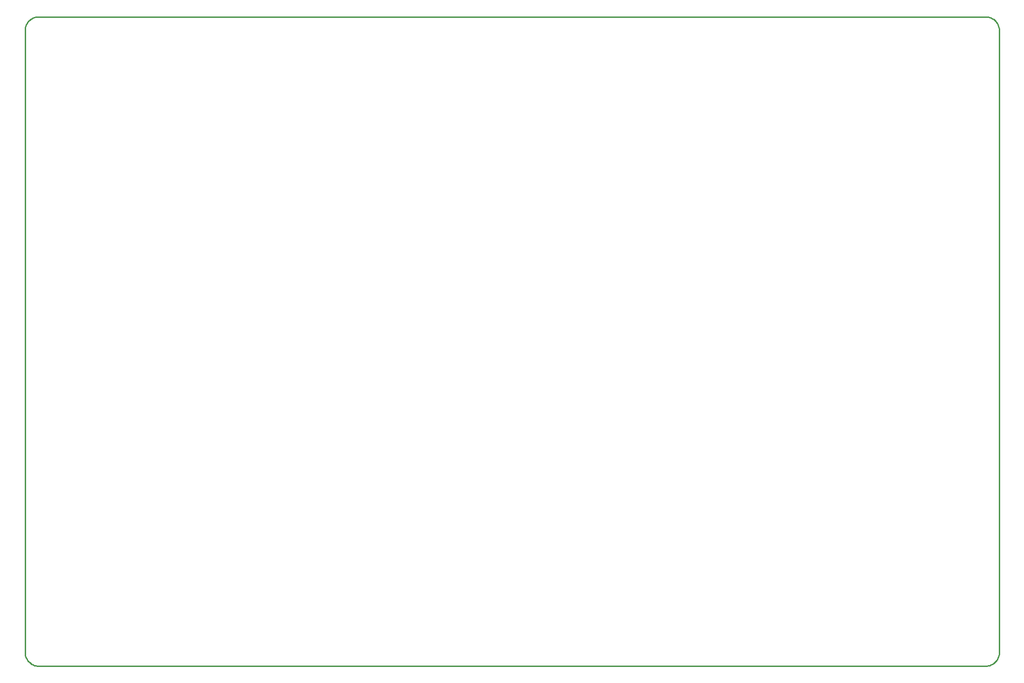
<source format=gko>
G04*
G04 #@! TF.GenerationSoftware,Altium Limited,Altium Designer,21.4.1 (30)*
G04*
G04 Layer_Color=16711935*
%FSLAX44Y44*%
%MOMM*%
G71*
G04*
G04 #@! TF.SameCoordinates,A141D3DD-4A5E-4641-B441-74F08AAE2887*
G04*
G04*
G04 #@! TF.FilePolarity,Positive*
G04*
G01*
G75*
%ADD14C,0.2540*%
D14*
X1800000Y1175000D02*
X1799863Y1177613D01*
X1799454Y1180198D01*
X1798776Y1182725D01*
X1797839Y1185168D01*
X1796651Y1187500D01*
X1795225Y1189695D01*
X1793579Y1191728D01*
X1791728Y1193579D01*
X1789695Y1195225D01*
X1787500Y1196651D01*
X1785168Y1197839D01*
X1782725Y1198776D01*
X1780198Y1199454D01*
X1777613Y1199863D01*
X1775000Y1200000D01*
Y0D02*
X1777613Y137D01*
X1780198Y546D01*
X1782725Y1224D01*
X1785168Y2161D01*
X1787500Y3349D01*
X1789695Y4775D01*
X1791728Y6421D01*
X1793579Y8272D01*
X1795225Y10305D01*
X1796651Y12500D01*
X1797839Y14832D01*
X1798776Y17275D01*
X1799454Y19802D01*
X1799863Y22387D01*
X1800000Y25000D01*
X0D02*
X137Y22387D01*
X546Y19802D01*
X1224Y17275D01*
X2161Y14832D01*
X3349Y12500D01*
X4775Y10305D01*
X6421Y8272D01*
X8272Y6421D01*
X10305Y4775D01*
X12500Y3349D01*
X14832Y2161D01*
X17275Y1224D01*
X19802Y546D01*
X22387Y137D01*
X25000Y0D01*
Y1200000D02*
X22387Y1199863D01*
X19802Y1199454D01*
X17275Y1198776D01*
X14832Y1197839D01*
X12500Y1196651D01*
X10305Y1195225D01*
X8272Y1193579D01*
X6421Y1191728D01*
X4775Y1189695D01*
X3349Y1187500D01*
X2161Y1185168D01*
X1224Y1182725D01*
X546Y1180198D01*
X137Y1177613D01*
X0Y1175000D01*
X25000Y1200000D02*
X1775000D01*
X0Y25000D02*
Y1175000D01*
X25000Y0D02*
X1775000D01*
X1800000Y25000D02*
Y1175000D01*
M02*

</source>
